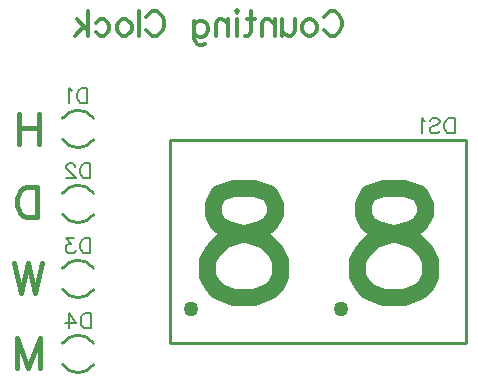
<source format=gbr>
G04 DipTrace 3.3.1.3*
G04 BottomSilk.gbr*
%MOIN*%
G04 #@! TF.FileFunction,Legend,Bot*
G04 #@! TF.Part,Single*
%ADD10C,0.009843*%
%ADD21C,0.049987*%
%ADD40C,0.00772*%
%ADD41C,0.015439*%
%ADD42C,0.012351*%
%ADD43C,0.055581*%
%FSLAX26Y26*%
G04*
G70*
G90*
G75*
G01*
G04 BotSilk*
%LPD*%
X1718707Y1868700D2*
D10*
Y1866200D1*
X1616928Y1796200D2*
G03X1718707Y1793700I51780J34999D01*
G01*
Y1868700D2*
G03X1616928Y1866200I-49999J-37499D01*
G01*
X1718707Y1796200D2*
Y1793700D1*
Y1618700D2*
Y1616200D1*
X1616928Y1546200D2*
G03X1718707Y1543700I51780J34999D01*
G01*
Y1618700D2*
G03X1616928Y1616200I-49999J-37499D01*
G01*
X1718707Y1546200D2*
Y1543700D1*
Y1368700D2*
Y1366200D1*
X1616928Y1296200D2*
G03X1718707Y1293700I51780J34999D01*
G01*
Y1368700D2*
G03X1616928Y1366200I-49999J-37499D01*
G01*
X1718707Y1296200D2*
Y1293700D1*
Y1118700D2*
Y1116200D1*
X1616928Y1046200D2*
G03X1718707Y1043700I51780J34999D01*
G01*
Y1118700D2*
G03X1616928Y1116200I-49999J-37499D01*
G01*
X1718707Y1046200D2*
Y1043700D1*
D21*
X2043710Y1231218D3*
X2543681D3*
X2960700Y1793195D2*
D10*
X1976700D1*
Y1119180D1*
X2960700D1*
Y1793195D1*
X1699163Y1966923D2*
D40*
Y1916683D1*
X1682416D1*
X1675231Y1919115D1*
X1670423Y1923868D1*
X1668046Y1928677D1*
X1665670Y1935806D1*
Y1947800D1*
X1668046Y1954985D1*
X1670423Y1959738D1*
X1675231Y1964546D1*
X1682416Y1966923D1*
X1699163D1*
X1650230Y1957306D2*
X1645422Y1959738D1*
X1638237Y1966868D1*
Y1916683D1*
X1709913Y1716923D2*
Y1666683D1*
X1693166D1*
X1685981Y1669115D1*
X1681173Y1673868D1*
X1678796Y1678677D1*
X1676420Y1685806D1*
Y1697800D1*
X1678796Y1704985D1*
X1681173Y1709738D1*
X1685981Y1714546D1*
X1693166Y1716923D1*
X1709913D1*
X1658549Y1704930D2*
Y1707306D1*
X1656172Y1712115D1*
X1653795Y1714491D1*
X1648987Y1716868D1*
X1639425D1*
X1634672Y1714491D1*
X1632295Y1712115D1*
X1629864Y1707306D1*
Y1702553D1*
X1632295Y1697745D1*
X1637049Y1690615D1*
X1660980Y1666683D1*
X1627487D1*
X1709913Y1466923D2*
Y1416683D1*
X1693166D1*
X1685981Y1419115D1*
X1681173Y1423868D1*
X1678796Y1428677D1*
X1676420Y1435806D1*
Y1447800D1*
X1678796Y1454985D1*
X1681173Y1459738D1*
X1685981Y1464546D1*
X1693166Y1466923D1*
X1709913D1*
X1656172Y1466868D2*
X1629919D1*
X1644234Y1447745D1*
X1637049D1*
X1632295Y1445368D1*
X1629919Y1442991D1*
X1627487Y1435806D1*
Y1431053D1*
X1629919Y1423868D1*
X1634672Y1419060D1*
X1641857Y1416683D1*
X1649042D1*
X1656172Y1419060D1*
X1658549Y1421492D1*
X1660980Y1426245D1*
X1711101Y1216923D2*
Y1166683D1*
X1694355D1*
X1687170Y1169115D1*
X1682361Y1173868D1*
X1679985Y1178677D1*
X1677608Y1185806D1*
Y1197800D1*
X1679985Y1204985D1*
X1682361Y1209738D1*
X1687170Y1214546D1*
X1694355Y1216923D1*
X1711101D1*
X1638237Y1166683D2*
Y1216868D1*
X1662169Y1183430D1*
X1626299D1*
X2923629Y1866418D2*
Y1816178D1*
X2906883D1*
X2899698Y1818610D1*
X2894889Y1823363D1*
X2892513Y1828172D1*
X2890136Y1835302D1*
Y1847295D1*
X2892513Y1854480D1*
X2894889Y1859233D1*
X2899698Y1864042D1*
X2906883Y1866418D1*
X2923629D1*
X2841203Y1859233D2*
X2845957Y1864042D1*
X2853142Y1866418D1*
X2862703D1*
X2869888Y1864042D1*
X2874697Y1859233D1*
Y1854480D1*
X2872265Y1849672D1*
X2869888Y1847295D1*
X2865135Y1844919D1*
X2850765Y1840110D1*
X2845957Y1837733D1*
X2843580Y1835302D1*
X2841203Y1830548D1*
Y1823363D1*
X2845957Y1818610D1*
X2853142Y1816178D1*
X2862703D1*
X2869888Y1818610D1*
X2874697Y1823363D1*
X2825764Y1856801D2*
X2820956Y1859233D1*
X2813771Y1866363D1*
Y1816178D1*
X1463920Y1034798D2*
D41*
Y1135278D1*
X1502166Y1034798D1*
X1540413Y1135278D1*
Y1034798D1*
X1539242Y1880537D2*
Y1780057D1*
X1472256Y1880537D2*
Y1780057D1*
X1539242Y1832674D2*
X1472256D1*
X1550046Y1385278D2*
X1526059Y1284798D1*
X1502183Y1385278D1*
X1478307Y1284798D1*
X1454320Y1385278D1*
X1533317Y1637648D2*
Y1537168D1*
X1499824D1*
X1485454Y1542031D1*
X1475837Y1551538D1*
X1471084Y1561155D1*
X1466330Y1575414D1*
Y1599401D1*
X1471084Y1613771D1*
X1475837Y1623278D1*
X1485454Y1632895D1*
X1499824Y1637648D1*
X1533317D1*
X2489880Y2203641D2*
D42*
X2493683Y2211246D1*
X2501376Y2218939D1*
X2508981Y2222742D1*
X2524280D1*
X2531973Y2218939D1*
X2539579Y2211246D1*
X2543470Y2203641D1*
X2547272Y2192145D1*
Y2172955D1*
X2543470Y2161548D1*
X2539579Y2153854D1*
X2531973Y2146249D1*
X2524280Y2142358D1*
X2508981D1*
X2501376Y2146249D1*
X2493683Y2153854D1*
X2489880Y2161548D1*
X2446076Y2195947D2*
X2453681Y2192145D1*
X2461375Y2184451D1*
X2465177Y2172955D1*
Y2165350D1*
X2461375Y2153854D1*
X2453681Y2146249D1*
X2446076Y2142358D1*
X2434580D1*
X2426887Y2146249D1*
X2419282Y2153854D1*
X2415391Y2165350D1*
Y2172955D1*
X2419282Y2184451D1*
X2426887Y2192145D1*
X2434580Y2195947D1*
X2446076D1*
X2390688D2*
Y2157657D1*
X2386885Y2146249D1*
X2379192Y2142358D1*
X2367696D1*
X2360091Y2146249D1*
X2348595Y2157657D1*
Y2195947D2*
Y2142358D1*
X2323892Y2195947D2*
Y2142358D1*
Y2180649D2*
X2312396Y2192145D1*
X2304702Y2195947D1*
X2293294D1*
X2285601Y2192145D1*
X2281798Y2180649D1*
Y2142358D1*
X2245600Y2222742D2*
Y2157657D1*
X2241797Y2146249D1*
X2234104Y2142358D1*
X2226498D1*
X2257096Y2195947D2*
X2230301D1*
X2201796Y2222742D2*
X2197993Y2218939D1*
X2194102Y2222742D1*
X2197993Y2226633D1*
X2201796Y2222742D1*
X2197993Y2195947D2*
Y2142358D1*
X2169399Y2195947D2*
Y2142358D1*
Y2180649D2*
X2157903Y2192145D1*
X2150210Y2195947D1*
X2138802D1*
X2131109Y2192145D1*
X2127306Y2180649D1*
Y2142358D1*
X2056707Y2192145D2*
Y2130862D1*
X2060510Y2119454D1*
X2064313Y2115563D1*
X2072006Y2111761D1*
X2083502D1*
X2091107Y2115563D1*
X2056707Y2180649D2*
X2064313Y2188254D1*
X2072006Y2192145D1*
X2083502D1*
X2091107Y2188254D1*
X2098801Y2180649D1*
X2102603Y2169153D1*
Y2161459D1*
X2098801Y2150051D1*
X2091107Y2142358D1*
X2083502Y2138555D1*
X2072006D1*
X2064313Y2142358D1*
X2056707Y2150051D1*
X1896851Y2203641D2*
X1900654Y2211246D1*
X1908347Y2218939D1*
X1915952Y2222742D1*
X1931251D1*
X1938944Y2218939D1*
X1946550Y2211246D1*
X1950441Y2203641D1*
X1954243Y2192145D1*
Y2172955D1*
X1950441Y2161548D1*
X1946550Y2153854D1*
X1938944Y2146249D1*
X1931251Y2142358D1*
X1915952D1*
X1908347Y2146249D1*
X1900654Y2153854D1*
X1896851Y2161548D1*
X1872148Y2222742D2*
Y2142358D1*
X1828344Y2195947D2*
X1835950Y2192145D1*
X1843643Y2184451D1*
X1847446Y2172955D1*
Y2165350D1*
X1843643Y2153854D1*
X1835950Y2146249D1*
X1828344Y2142358D1*
X1816848D1*
X1809155Y2146249D1*
X1801550Y2153854D1*
X1797659Y2165350D1*
Y2172955D1*
X1801550Y2184451D1*
X1809155Y2192145D1*
X1816848Y2195947D1*
X1828344D1*
X1726972Y2184451D2*
X1734665Y2192145D1*
X1742359Y2195947D1*
X1753766D1*
X1761460Y2192145D1*
X1769065Y2184451D1*
X1772956Y2172955D1*
Y2165350D1*
X1769065Y2153854D1*
X1761460Y2146249D1*
X1753766Y2142358D1*
X1742359D1*
X1734665Y2146249D1*
X1726972Y2153854D1*
X1702269Y2222742D2*
Y2142358D1*
X1663978Y2195947D2*
X1702269Y2157657D1*
X1686970Y2172955D2*
X1660176Y2142358D1*
X2754905Y1633703D2*
D43*
X2806239Y1616592D1*
X2823748Y1582369D1*
Y1547748D1*
X2806239Y1513525D1*
X2772016Y1496016D1*
X2703172Y1478904D1*
X2651440Y1461793D1*
X2617217Y1427172D1*
X2600106Y1392949D1*
Y1341217D1*
X2617217Y1306994D1*
X2634329Y1289485D1*
X2686061Y1272373D1*
X2754905D1*
X2806239Y1289485D1*
X2823748Y1306994D1*
X2840860Y1341217D1*
Y1392949D1*
X2823748Y1427172D1*
X2789128Y1461793D1*
X2737793Y1478904D1*
X2668950Y1496016D1*
X2634329Y1513525D1*
X2617217Y1547748D1*
Y1582369D1*
X2634329Y1616592D1*
X2686061Y1633703D1*
X2754905D1*
X2254934D2*
X2306269Y1616592D1*
X2323778Y1582369D1*
Y1547748D1*
X2306269Y1513525D1*
X2272046Y1496016D1*
X2203202Y1478904D1*
X2151470Y1461793D1*
X2117247Y1427172D1*
X2100135Y1392949D1*
Y1341217D1*
X2117247Y1306994D1*
X2134358Y1289485D1*
X2186091Y1272373D1*
X2254934D1*
X2306269Y1289485D1*
X2323778Y1306994D1*
X2340890Y1341217D1*
Y1392949D1*
X2323778Y1427172D1*
X2289157Y1461793D1*
X2237823Y1478904D1*
X2168979Y1496016D1*
X2134358Y1513525D1*
X2117247Y1547748D1*
Y1582369D1*
X2134358Y1616592D1*
X2186091Y1633703D1*
X2254934D1*
M02*

</source>
